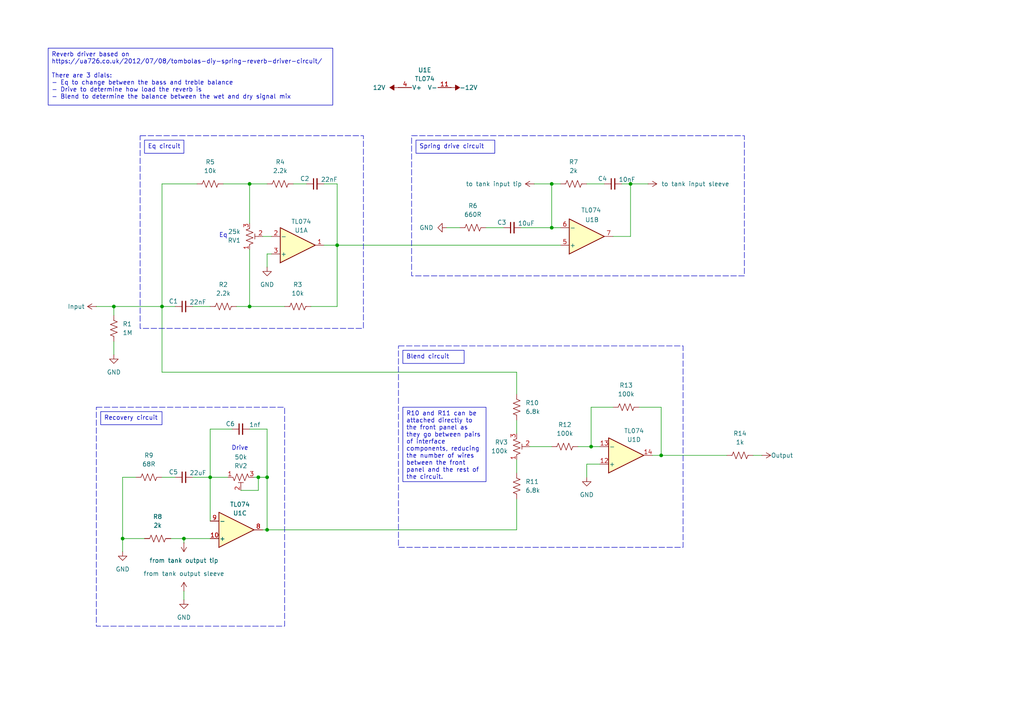
<source format=kicad_sch>
(kicad_sch (version 20231120) (generator "eeschema") (generator_version "8.0")
  (paper "A4")
  (lib_symbols
    (symbol "Amplifier_Operational:TL074" (pin_names (offset 0.127))
      (property "Reference" "U" (at 0 5.08 0))
      (property "Value" "TL074" (at 0 -5.08 0))
      (symbol "TL074_1_1"
        (polyline (pts (xy -5.08 5.08) (xy 5.08 0) (xy -5.08 -5.08) (xy -5.08 5.08)) (stroke (width 0.254)) (fill (type background)))
        (pin output line (at 7.62 0 180) (length 2.54) (name "~") (number "1"))
        (pin input line (at -7.62 -2.54 0) (length 2.54) (name "-") (number "2"))
        (pin input line (at -7.62 2.54 0) (length 2.54) (name "+") (number "3"))
      )
      (symbol "TL074_2_1"
        (polyline (pts (xy -5.08 5.08) (xy 5.08 0) (xy -5.08 -5.08) (xy -5.08 5.08)) (stroke (width 0.254)) (fill (type background)))
        (pin input line (at -7.62 2.54 0) (length 2.54) (name "+") (number "5"))
        (pin input line (at -7.62 -2.54 0) (length 2.54) (name "-") (number "6"))
        (pin output line (at 7.62 0 180) (length 2.54) (name "~") (number "7"))
      )
      (symbol "TL074_3_1"
        (polyline (pts (xy -5.08 5.08) (xy 5.08 0) (xy -5.08 -5.08) (xy -5.08 5.08)) (stroke (width 0.254)) (fill (type background)))
        (pin input line (at -7.62 2.54 0) (length 2.54) (name "+") (number "10"))
        (pin output line (at 7.62 0 180) (length 2.54) (name "~") (number "8"))
        (pin input line (at -7.62 -2.54 0) (length 2.54) (name "-") (number "9"))
      )
      (symbol "TL074_4_1"
        (polyline (pts (xy -5.08 5.08) (xy 5.08 0) (xy -5.08 -5.08) (xy -5.08 5.08)) (stroke (width 0.254)) (fill (type background)))
        (pin input line (at -7.62 2.54 0) (length 2.54) (name "+") (number "12"))
        (pin input line (at -7.62 -2.54 0) (length 2.54) (name "-") (number "13"))
        (pin output line (at 7.62 0 180) (length 2.54) (name "~") (number "14"))
      )
      (symbol "TL074_5_1"
        (pin power_in line (at -2.54 -7.62 90) (length 3.81) (name "V-") (number "11"))
        (pin power_in line (at -2.54 7.62 270) (length 3.81) (name "V+") (number "4"))
      )
    )
    (symbol "Device:C_Small" (pin_numbers hide) (pin_names (offset 0.254) hide)
      (property "Reference" "C" (at 0.254 1.778 0))
      (property "Value" "C_Small" (at 0.254 -2.032 0))
      (symbol "C_Small_0_1"
        (polyline (pts (xy -1.524 -0.508) (xy 1.524 -0.508)) (stroke (width 0.3302)))
        (polyline (pts (xy -1.524 0.508) (xy 1.524 0.508)) (stroke (width 0.3048)))
      )
      (symbol "C_Small_1_1"
        (pin passive line (at 0 2.54 270) (length 2.032) (name "~") (number "1"))
        (pin passive line (at 0 -2.54 90) (length 2.032) (name "~") (number "2"))
      )
    )
    (symbol "Device:R_Potentiometer_Trim_US" (pin_names (offset 1.016) hide)
      (property "Reference" "RV" (at -4.445 0 90))
      (property "Value" "R_Potentiometer_Trim_US" (at -2.54 0 90))
      (symbol "R_Potentiometer_Trim_US_0_1"
        (polyline (pts (xy 0 -2.286) (xy 0 -2.54)))
        (polyline (pts (xy 0 2.286) (xy 0 2.54)))
        (polyline (pts (xy 1.524 0.762) (xy 1.524 -0.762)))
        (polyline (pts (xy 2.54 0) (xy 1.524 0)))
        (polyline (pts (xy 0 -0.762) (xy 1.016 -1.143) (xy 0 -1.524) (xy -1.016 -1.905) (xy 0 -2.286)))
        (polyline (pts (xy 0 0.762) (xy 1.016 0.381) (xy 0 0) (xy -1.016 -0.381) (xy 0 -0.762)))
        (polyline (pts (xy 0 2.286) (xy 1.016 1.905) (xy 0 1.524) (xy -1.016 1.143) (xy 0 0.762)))
      )
      (symbol "R_Potentiometer_Trim_US_1_1"
        (pin passive line (at 0 3.81 270) (length 1.27) (name "1") (number "1"))
        (pin passive line (at 3.81 0 180) (length 1.27) (name "2") (number "2"))
        (pin passive line (at 0 -3.81 90) (length 1.27) (name "3") (number "3"))
      )
    )
    (symbol "Device:R_US" (pin_numbers hide) (pin_names (offset 0))
      (property "Reference" "R" (at 2.54 0 90))
      (property "Value" "R_US" (at -2.54 0 90))
      (symbol "R_US_0_1"
        (polyline (pts (xy 0 -2.286) (xy 0 -2.54)))
        (polyline (pts (xy 0 2.286) (xy 0 2.54)))
        (polyline (pts (xy 0 -0.762) (xy 1.016 -1.143) (xy 0 -1.524) (xy -1.016 -1.905) (xy 0 -2.286)))
        (polyline (pts (xy 0 0.762) (xy 1.016 0.381) (xy 0 0) (xy -1.016 -0.381) (xy 0 -0.762)))
        (polyline (pts (xy 0 2.286) (xy 1.016 1.905) (xy 0 1.524) (xy -1.016 1.143) (xy 0 0.762)))
      )
      (symbol "R_US_1_1"
        (pin passive line (at 0 3.81 270) (length 1.27) (name "~") (number "1"))
        (pin passive line (at 0 -3.81 90) (length 1.27) (name "~") (number "2"))
      )
    )
    (symbol "power:-12V" (power) (pin_numbers hide) (pin_names (offset 0) hide)
      (property "Value" "-12V" (at 0 3.556 0))
      (symbol "-12V_0_0"
        (pin power_in line (at 0 0 90) (length 0) (name "~") (number "1"))
      )
      (symbol "-12V_0_1"
        (polyline (pts (xy 0 0) (xy 0 1.27) (xy 0.762 1.27) (xy 0 2.54) (xy -0.762 1.27) (xy 0 1.27)) (fill (type outline)))
      )
    )
    (symbol "power:GND" (power) (pin_numbers hide) (pin_names (offset 0) hide)
      (property "Value" "GND" (at 0 -3.81 0))
      (symbol "GND_0_1"
        (polyline (pts (xy 0 0) (xy 0 -1.27) (xy 1.27 -1.27) (xy 0 -2.54) (xy -1.27 -1.27) (xy 0 -1.27)))
      )
      (symbol "GND_1_1"
        (pin power_in line (at 0 0 270) (length 0) (name "~") (number "1"))
      )
    )
    (symbol "power:VAA" (power) (pin_numbers hide) (pin_names (offset 0) hide)
      (property "Value" "VAA" (at 0 3.556 0))
      (symbol "VAA_0_1"
        (polyline (pts (xy -0.762 1.27) (xy 0 2.54)))
        (polyline (pts (xy 0 0) (xy 0 2.54)))
        (polyline (pts (xy 0 2.54) (xy 0.762 1.27)))
      )
      (symbol "VAA_1_1"
        (pin power_in line (at 0 0 90) (length 0) (name "~") (number "1"))
      )
    )
  )
  (junction (at 160.02 66.04))
  (junction (at 60.96 138.43))
  (junction (at 35.56 156.21))
  (junction (at 74.93 138.43))
  (junction (at 72.39 88.9))
  (junction (at 46.99 88.9))
  (junction (at 97.79 71.12))
  (junction (at 160.02 53.34))
  (junction (at 33.02 88.9))
  (junction (at 77.47 138.43))
  (junction (at 77.47 153.67))
  (junction (at 53.34 156.21))
  (junction (at 191.77 132.08))
  (junction (at 171.45 129.54))
  (junction (at 182.88 53.34))
  (junction (at 72.39 53.34))
  (wire (pts (xy 149.86 133.35) (xy 149.86 137.16)))
  (wire (pts (xy 72.39 64.77) (xy 72.39 53.34)))
  (wire (pts (xy 154.94 53.34) (xy 160.02 53.34)))
  (wire (pts (xy 173.99 134.62) (xy 170.18 134.62)))
  (wire (pts (xy 35.56 156.21) (xy 35.56 160.02)))
  (wire (pts (xy 149.86 121.92) (xy 149.86 125.73)))
  (wire (pts (xy 53.34 156.21) (xy 53.34 157.48)))
  (wire (pts (xy 72.39 72.39) (xy 72.39 88.9)))
  (wire (pts (xy 162.56 53.34) (xy 160.02 53.34)))
  (wire (pts (xy 74.93 138.43) (xy 77.47 138.43)))
  (wire (pts (xy 35.56 138.43) (xy 35.56 156.21)))
  (wire (pts (xy 167.64 129.54) (xy 171.45 129.54)))
  (wire (pts (xy 162.56 71.12) (xy 97.79 71.12)))
  (wire (pts (xy 149.86 144.78) (xy 149.86 153.67)))
  (wire (pts (xy 77.47 138.43) (xy 77.47 153.67)))
  (wire (pts (xy 140.97 66.04) (xy 146.05 66.04)))
  (wire (pts (xy 53.34 171.45) (xy 53.34 173.99)))
  (wire (pts (xy 60.96 138.43) (xy 60.96 151.13)))
  (wire (pts (xy 185.42 118.11) (xy 191.77 118.11)))
  (wire (pts (xy 160.02 53.34) (xy 160.02 66.04)))
  (wire (pts (xy 129.54 66.04) (xy 133.35 66.04)))
  (wire (pts (xy 69.85 142.24) (xy 74.93 142.24)))
  (wire (pts (xy 189.23 132.08) (xy 191.77 132.08)))
  (wire (pts (xy 93.98 53.34) (xy 97.79 53.34)))
  (wire (pts (xy 182.88 53.34) (xy 187.96 53.34)))
  (wire (pts (xy 171.45 129.54) (xy 173.99 129.54)))
  (wire (pts (xy 60.96 124.46) (xy 60.96 138.43)))
  (wire (pts (xy 177.8 118.11) (xy 171.45 118.11)))
  (wire (pts (xy 33.02 88.9) (xy 46.99 88.9)))
  (wire (pts (xy 77.47 73.66) (xy 77.47 77.47)))
  (wire (pts (xy 76.2 68.58) (xy 78.74 68.58)))
  (wire (pts (xy 33.02 99.06) (xy 33.02 102.87)))
  (wire (pts (xy 182.88 53.34) (xy 180.34 53.34)))
  (wire (pts (xy 72.39 124.46) (xy 77.47 124.46)))
  (wire (pts (xy 67.31 124.46) (xy 60.96 124.46)))
  (wire (pts (xy 68.58 88.9) (xy 72.39 88.9)))
  (wire (pts (xy 72.39 53.34) (xy 77.47 53.34)))
  (wire (pts (xy 49.53 156.21) (xy 53.34 156.21)))
  (wire (pts (xy 191.77 118.11) (xy 191.77 132.08)))
  (wire (pts (xy 153.67 129.54) (xy 160.02 129.54)))
  (wire (pts (xy 55.88 88.9) (xy 60.96 88.9)))
  (wire (pts (xy 149.86 153.67) (xy 77.47 153.67)))
  (wire (pts (xy 170.18 134.62) (xy 170.18 138.43)))
  (wire (pts (xy 66.04 138.43) (xy 60.96 138.43)))
  (wire (pts (xy 93.98 71.12) (xy 97.79 71.12)))
  (wire (pts (xy 182.88 53.34) (xy 182.88 68.58)))
  (wire (pts (xy 151.13 66.04) (xy 160.02 66.04)))
  (wire (pts (xy 46.99 138.43) (xy 50.8 138.43)))
  (wire (pts (xy 218.44 132.08) (xy 220.98 132.08)))
  (wire (pts (xy 171.45 118.11) (xy 171.45 129.54)))
  (wire (pts (xy 74.93 142.24) (xy 74.93 138.43)))
  (wire (pts (xy 191.77 132.08) (xy 210.82 132.08)))
  (wire (pts (xy 41.91 156.21) (xy 35.56 156.21)))
  (wire (pts (xy 46.99 107.95) (xy 46.99 88.9)))
  (wire (pts (xy 77.47 73.66) (xy 78.74 73.66)))
  (wire (pts (xy 170.18 53.34) (xy 175.26 53.34)))
  (wire (pts (xy 46.99 88.9) (xy 50.8 88.9)))
  (wire (pts (xy 60.96 156.21) (xy 53.34 156.21)))
  (wire (pts (xy 160.02 66.04) (xy 162.56 66.04)))
  (wire (pts (xy 46.99 53.34) (xy 57.15 53.34)))
  (wire (pts (xy 46.99 53.34) (xy 46.99 88.9)))
  (wire (pts (xy 77.47 124.46) (xy 77.47 138.43)))
  (wire (pts (xy 72.39 88.9) (xy 82.55 88.9)))
  (wire (pts (xy 149.86 114.3) (xy 149.86 107.95)))
  (wire (pts (xy 177.8 68.58) (xy 182.88 68.58)))
  (wire (pts (xy 73.66 138.43) (xy 74.93 138.43)))
  (wire (pts (xy 90.17 88.9) (xy 97.79 88.9)))
  (wire (pts (xy 149.86 107.95) (xy 46.99 107.95)))
  (wire (pts (xy 97.79 71.12) (xy 97.79 88.9)))
  (wire (pts (xy 85.09 53.34) (xy 88.9 53.34)))
  (wire (pts (xy 97.79 53.34) (xy 97.79 71.12)))
  (wire (pts (xy 33.02 88.9) (xy 33.02 91.44)))
  (wire (pts (xy 27.94 88.9) (xy 33.02 88.9)))
  (wire (pts (xy 64.77 53.34) (xy 72.39 53.34)))
  (wire (pts (xy 77.47 153.67) (xy 76.2 153.67)))
  (wire (pts (xy 39.37 138.43) (xy 35.56 138.43)))
  (wire (pts (xy 60.96 138.43) (xy 55.88 138.43)))
  (rectangle (start 119.38 39.37) (end 215.9 80.01) (stroke (width 0) (type dash)))
  (rectangle (start 27.94 118.11) (end 82.55 181.61) (stroke (width 0) (type dash)))
  (rectangle (start 115.57 100.33) (end 198.12 158.75) (stroke (width 0) (type dash)))
  (rectangle (start 40.64 39.37) (end 105.41 95.25) (stroke (width 0) (type dash)))
  (text_box "Spring drive circuit" (at 120.65 40.64 0) (size 22.86 3.81) (effects (font (size 1.27 1.27)) (justify left top)))
  (text_box "Reverb driver based on https://ua726.co.uk/2012/07/08/tombolas-diy-spring-reverb-driver-circuit/\n\nThere are 3 dials:\n- Eq to change between the bass and treble balance\n- Drive to determine how load the reverb is\n- Blend to determine the balance between the wet and dry signal mix" (at 13.97 13.97 0) (size 82.55 16.51) (effects (font (size 1.27 1.27)) (justify left top)))
  (text_box "R10 and R11 can be attached directly to the front panel as they go between pairs of interface components, reducing the number of wires between the front panel and the rest of the circuit." (at 116.84 118.11 0) (size 24.13 21.59) (effects (font (size 1.27 1.27)) (justify left top)))
  (text_box "Blend circuit" (at 116.84 101.6 0) (size 17.78 3.81) (effects (font (size 1.27 1.27)) (justify left top)))
  (text_box "Eq circuit" (at 41.91 40.64 0) (size 11.43 3.81) (effects (font (size 1.27 1.27)) (justify left top)))
  (text_box "Recovery circuit" (at 29.21 119.38 0) (size 17.78 3.81) (effects (font (size 1.27 1.27)) (justify left top)))
  (text "Drive" (at 69.596 130.048 0) (effects (font (size 1.27 1.27))))
  (text "Eq" (at 64.77 68.326 0) (effects (font (size 1.27 1.27))))
  (symbol (lib_id "power:GND") (at 53.34 173.99 0) (unit 1)
    (property "Reference" "#PWR011" (effects (hide yes)))
    (property "Value" "GND" (at 53.34 179.07 0))
    (property "Description" "Power symbol creates a global label with name \"GND\" , ground" (effects (hide yes)))
  )
  (symbol (lib_id "Device:C_Small") (at 148.59 66.04 90) (unit 1)
    (property "Reference" "C3" (at 145.542 64.516 90))
    (property "Value" "10uF" (at 152.654 64.77 90))
    (property "Description" "Unpolarized capacitor, small symbol" (effects (hide yes)))
  )
  (symbol (lib_id "Device:R_Potentiometer_Trim_US") (at 149.86 129.54 0) (mirror x) (unit 1)
    (property "Reference" "RV3" (at 147.32 128.2699 0) (effects (justify right)))
    (property "Value" "100k" (at 147.32 130.8099 0) (effects (justify right)))
    (property "Description" "Trim-potentiometer, US symbol" (effects (hide yes)))
  )
  (symbol (lib_id "Device:C_Small") (at 91.44 53.34 90) (unit 1)
    (property "Reference" "C2" (at 88.392 51.816 90))
    (property "Value" "22nF" (at 95.504 52.07 90))
    (property "Description" "Unpolarized capacitor, small symbol" (effects (hide yes)))
  )
  (symbol (lib_id "Device:R_Potentiometer_Trim_US") (at 69.85 138.43 90) (mirror x) (unit 1)
    (property "Reference" "RV2" (at 69.85 135.128 90))
    (property "Value" "50k" (at 69.85 132.588 90))
    (property "Description" "Trim-potentiometer, US symbol" (effects (hide yes)))
  )
  (symbol (lib_id "Device:R_US") (at 214.63 132.08 270) (unit 1)
    (property "Reference" "R14" (at 214.63 125.73 90))
    (property "Value" "1k" (at 214.63 128.27 90))
    (property "Description" "Resistor, US symbol" (effects (hide yes)))
  )
  (symbol (lib_id "power:VAA") (at 53.34 157.48 180) (unit 1)
    (property "Reference" "#PWR09" (effects (hide yes)))
    (property "Value" "from tank output tip" (at 53.34 162.56 0))
    (property "Description" "Power symbol creates a global label with name \"VAA\"" (effects (hide yes)))
  )
  (symbol (lib_id "power:-12V") (at 130.81 25.4 270) (mirror x) (unit 1)
    (property "Reference" "#PWR04" (effects (hide yes)))
    (property "Value" "-12V" (at 135.89 25.4 90))
    (property "Description" "Power symbol creates a global label with name \"-12V\"" (effects (hide yes)))
  )
  (symbol (lib_id "Device:C_Small") (at 69.85 124.46 90) (unit 1)
    (property "Reference" "C6" (at 66.802 122.936 90))
    (property "Value" "1nf" (at 73.914 123.19 90))
    (property "Description" "Unpolarized capacitor, small symbol" (effects (hide yes)))
  )
  (symbol (lib_id "Amplifier_Operational:TL074") (at 123.19 22.86 90) (unit 5)
    (property "Reference" "U1" (at 123.19 20.32 90))
    (property "Value" "TL074" (at 123.19 22.86 90))
    (property "Datasheet" "http://www.ti.com/lit/ds/symlink/tl071.pdf" (effects (hide yes)))
    (property "Description" "Quad Low-Noise JFET-Input Operational Amplifiers, DIP-14/SOIC-14" (effects (hide yes)))
  )
  (symbol (lib_id "power:VAA") (at 220.98 132.08 270) (unit 1)
    (property "Reference" "#PWR014" (effects (hide yes)))
    (property "Value" "Output" (at 226.822 132.08 90))
    (property "Description" "Power symbol creates a global label with name \"VAA\"" (effects (hide yes)))
  )
  (symbol (lib_id "Device:R_US") (at 166.37 53.34 90) (unit 1)
    (property "Reference" "R7" (at 166.37 46.99 90))
    (property "Value" "2k" (at 166.37 49.53 90))
    (property "Description" "Resistor, US symbol" (effects (hide yes)))
  )
  (symbol (lib_id "Device:C_Small") (at 53.34 88.9 90) (unit 1)
    (property "Reference" "C1" (at 50.292 87.376 90))
    (property "Value" "22nF" (at 57.404 87.63 90))
    (property "Description" "Unpolarized capacitor, small symbol" (effects (hide yes)))
  )
  (symbol (lib_id "power:GND") (at 35.56 160.02 0) (unit 1)
    (property "Reference" "#PWR012" (effects (hide yes)))
    (property "Value" "GND" (at 35.56 165.1 0))
    (property "Description" "Power symbol creates a global label with name \"GND\" , ground" (effects (hide yes)))
  )
  (symbol (lib_id "power:GND") (at 33.02 102.87 0) (unit 1)
    (property "Reference" "#PWR02" (effects (hide yes)))
    (property "Value" "GND" (at 33.02 107.95 0))
    (property "Description" "Power symbol creates a global label with name \"GND\" , ground" (effects (hide yes)))
  )
  (symbol (lib_id "Device:R_US") (at 149.86 140.97 180) (unit 1)
    (property "Reference" "R11" (at 152.4 139.6999 0) (effects (justify right)))
    (property "Value" "6.8k" (at 152.4 142.2399 0) (effects (justify right)))
    (property "Description" "Resistor, US symbol" (effects (hide yes)))
  )
  (symbol (lib_id "power:-12V") (at 115.57 25.4 90) (unit 1)
    (property "Reference" "#PWR03" (effects (hide yes)))
    (property "Value" "12V" (at 109.982 25.4 90))
    (property "Description" "Power symbol creates a global label with name \"-12V\"" (effects (hide yes)))
  )
  (symbol (lib_id "Device:R_US") (at 163.83 129.54 270) (unit 1)
    (property "Reference" "R12" (at 163.83 123.19 90))
    (property "Value" "100k" (at 163.83 125.73 90))
    (property "Description" "Resistor, US symbol" (effects (hide yes)))
  )
  (symbol (lib_id "power:VAA") (at 27.94 88.9 90) (unit 1)
    (property "Reference" "#PWR01" (effects (hide yes)))
    (property "Value" "Input" (at 22.098 88.9 90))
    (property "Description" "Power symbol creates a global label with name \"VAA\"" (effects (hide yes)))
  )
  (symbol (lib_id "power:VAA") (at 53.34 171.45 0) (unit 1)
    (property "Reference" "#PWR010" (effects (hide yes)))
    (property "Value" "from tank output sleeve" (at 53.34 166.37 0))
    (property "Description" "Power symbol creates a global label with name \"VAA\"" (effects (hide yes)))
  )
  (symbol (lib_id "Amplifier_Operational:TL074") (at 68.58 153.67 0) (mirror x) (unit 3)
    (property "Reference" "U1" (at 69.596 148.844 0))
    (property "Value" "TL074" (at 69.596 146.304 0))
    (property "Datasheet" "http://www.ti.com/lit/ds/symlink/tl071.pdf" (effects (hide yes)))
    (property "Description" "Quad Low-Noise JFET-Input Operational Amplifiers, DIP-14/SOIC-14" (effects (hide yes)))
  )
  (symbol (lib_id "Device:C_Small") (at 177.8 53.34 90) (unit 1)
    (property "Reference" "C4" (at 174.752 51.816 90))
    (property "Value" "10nF" (at 181.864 52.07 90))
    (property "Description" "Unpolarized capacitor, small symbol" (effects (hide yes)))
  )
  (symbol (lib_id "Device:R_US") (at 60.96 53.34 90) (unit 1)
    (property "Reference" "R5" (at 60.96 46.99 90))
    (property "Value" "10k" (at 60.96 49.53 90))
    (property "Description" "Resistor, US symbol" (effects (hide yes)))
  )
  (symbol (lib_id "Device:R_US") (at 33.02 95.25 0) (unit 1)
    (property "Reference" "R1" (at 35.56 93.9799 0) (effects (justify left)))
    (property "Value" "1M" (at 35.56 96.5199 0) (effects (justify left)))
    (property "Description" "Resistor, US symbol" (effects (hide yes)))
  )
  (symbol (lib_id "power:GND") (at 170.18 138.43 0) (unit 1)
    (property "Reference" "#PWR013" (effects (hide yes)))
    (property "Value" "GND" (at 170.18 143.51 0))
    (property "Description" "Power symbol creates a global label with name \"GND\" , ground" (effects (hide yes)))
  )
  (symbol (lib_id "Device:R_US") (at 81.28 53.34 90) (unit 1)
    (property "Reference" "R4" (at 81.28 46.99 90))
    (property "Value" "2.2k" (at 81.28 49.53 90))
    (property "Description" "Resistor, US symbol" (effects (hide yes)))
  )
  (symbol (lib_id "power:GND") (at 77.47 77.47 0) (unit 1)
    (property "Reference" "#PWR05" (effects (hide yes)))
    (property "Value" "GND" (at 77.47 82.55 0))
    (property "Description" "Power symbol creates a global label with name \"GND\" , ground" (effects (hide yes)))
  )
  (symbol (lib_id "Device:R_US") (at 149.86 118.11 180) (unit 1)
    (property "Reference" "R10" (at 152.4 116.8399 0) (effects (justify right)))
    (property "Value" "6.8k" (at 152.4 119.3799 0) (effects (justify right)))
    (property "Description" "Resistor, US symbol" (effects (hide yes)))
  )
  (symbol (lib_id "Amplifier_Operational:TL074") (at 86.36 71.12 0) (mirror x) (unit 1)
    (property "Reference" "U1" (at 87.376 66.802 0))
    (property "Value" "TL074" (at 87.376 64.262 0))
    (property "Datasheet" "http://www.ti.com/lit/ds/symlink/tl071.pdf" (effects (hide yes)))
    (property "Description" "Quad Low-Noise JFET-Input Operational Amplifiers, DIP-14/SOIC-14" (effects (hide yes)))
  )
  (symbol (lib_id "Device:R_Potentiometer_Trim_US") (at 72.39 68.58 0) (mirror x) (unit 1)
    (property "Reference" "RV1" (at 67.945 69.723 0))
    (property "Value" "25k" (at 67.945 67.183 0))
    (property "Description" "Trim-potentiometer, US symbol" (effects (hide yes)))
  )
  (symbol (lib_id "Amplifier_Operational:TL074") (at 181.61 132.08 0) (mirror x) (unit 4)
    (property "Reference" "U1" (at 183.896 127.508 0))
    (property "Value" "TL074" (at 183.896 124.968 0))
    (property "Datasheet" "http://www.ti.com/lit/ds/symlink/tl071.pdf" (effects (hide yes)))
    (property "Description" "Quad Low-Noise JFET-Input Operational Amplifiers, DIP-14/SOIC-14" (effects (hide yes)))
  )
  (symbol (lib_id "power:VAA") (at 187.96 53.34 270) (unit 1)
    (property "Reference" "#PWR07" (effects (hide yes)))
    (property "Value" "to tank input sleeve" (at 201.676 53.34 90))
    (property "Description" "Power symbol creates a global label with name \"VAA\"" (effects (hide yes)))
  )
  (symbol (lib_id "Amplifier_Operational:TL074") (at 170.18 68.58 0) (mirror x) (unit 2)
    (property "Reference" "U1" (at 171.704 63.754 0))
    (property "Value" "TL074" (at 171.45 60.96 0))
    (property "Datasheet" "http://www.ti.com/lit/ds/symlink/tl071.pdf" (effects (hide yes)))
    (property "Description" "Quad Low-Noise JFET-Input Operational Amplifiers, DIP-14/SOIC-14" (effects (hide yes)))
  )
  (symbol (lib_id "power:VAA") (at 154.94 53.34 90) (unit 1)
    (property "Reference" "#PWR08" (effects (hide yes)))
    (property "Value" "to tank input tip" (at 143.256 53.34 90))
    (property "Description" "Power symbol creates a global label with name \"VAA\"" (effects (hide yes)))
  )
  (symbol (lib_id "Device:R_US") (at 181.61 118.11 270) (unit 1)
    (property "Reference" "R13" (at 181.61 111.76 90))
    (property "Value" "100k" (at 181.61 114.3 90))
    (property "Description" "Resistor, US symbol" (effects (hide yes)))
  )
  (symbol (lib_id "Device:R_US") (at 43.18 138.43 90) (unit 1)
    (property "Reference" "R9" (at 43.18 132.08 90))
    (property "Value" "68R" (at 43.18 134.62 90))
    (property "Description" "Resistor, US symbol" (effects (hide yes)))
  )
  (symbol (lib_id "Device:R_US") (at 86.36 88.9 90) (unit 1)
    (property "Reference" "R3" (at 86.36 82.55 90))
    (property "Value" "10k" (at 86.36 85.09 90))
    (property "Description" "Resistor, US symbol" (effects (hide yes)))
  )
  (symbol (lib_id "Device:R_US") (at 137.16 66.04 90) (unit 1)
    (property "Reference" "R6" (at 137.16 59.69 90))
    (property "Value" "660R" (at 137.16 62.23 90))
    (property "Description" "Resistor, US symbol" (effects (hide yes)))
  )
  (symbol (lib_id "power:GND") (at 129.54 66.04 270) (unit 1)
    (property "Reference" "#PWR06" (effects (hide yes)))
    (property "Value" "GND" (at 125.73 66.0399 90) (effects (justify right)))
    (property "Description" "Power symbol creates a global label with name \"GND\" , ground" (effects (hide yes)))
  )
  (symbol (lib_id "Device:C_Small") (at 53.34 138.43 90) (unit 1)
    (property "Reference" "C5" (at 50.292 136.906 90))
    (property "Value" "22uF" (at 57.404 137.16 90))
    (property "Description" "Unpolarized capacitor, small symbol" (effects (hide yes)))
  )
  (symbol (lib_id "Device:R_US") (at 45.72 156.21 90) (unit 1)
    (property "Reference" "R8" (at 45.72 149.86 90))
    (property "Value" "2k" (at 45.72 152.4 90))
    (property "Description" "Resistor, US symbol" (effects (hide yes)))
  )
  (symbol (lib_id "Device:R_US") (at 64.77 88.9 90) (unit 1)
    (property "Reference" "R2" (at 64.77 82.55 90))
    (property "Value" "2.2k" (at 64.77 85.09 90))
    (property "Description" "Resistor, US symbol" (effects (hide yes)))
  )
)
</source>
